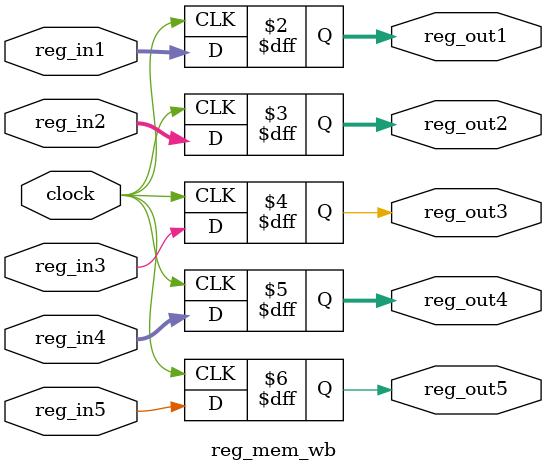
<source format=v>
	module reg_mem_wb(reg_out1,reg_out2,reg_out3,reg_out4,reg_out5,
		reg_in1,reg_in2,reg_in3,reg_in4,reg_in5,clock);
		
		input [0:31] reg_in1;
		input [0:4] reg_in2;
		input reg_in3;
		input [0:31] reg_in4;
		input reg_in5;
		input clock;
		
		output [0:31] reg_out1;
		output [0:4] reg_out2;
		output reg_out3;
		output [0:31] reg_out4;
		output reg_out5;
		 
		reg [0:31] reg_out1;
		reg [0:4] reg_out2;
		reg reg_out3;
		reg [0:31] reg_out4;
		reg reg_out5;
		
		always @ (posedge clock)
		begin 
			reg_out1=reg_in1;
			reg_out2=reg_in2;
			reg_out3=reg_in3;
			reg_out4=reg_in4;
			reg_out5=reg_in5;
		end
	endmodule

</source>
